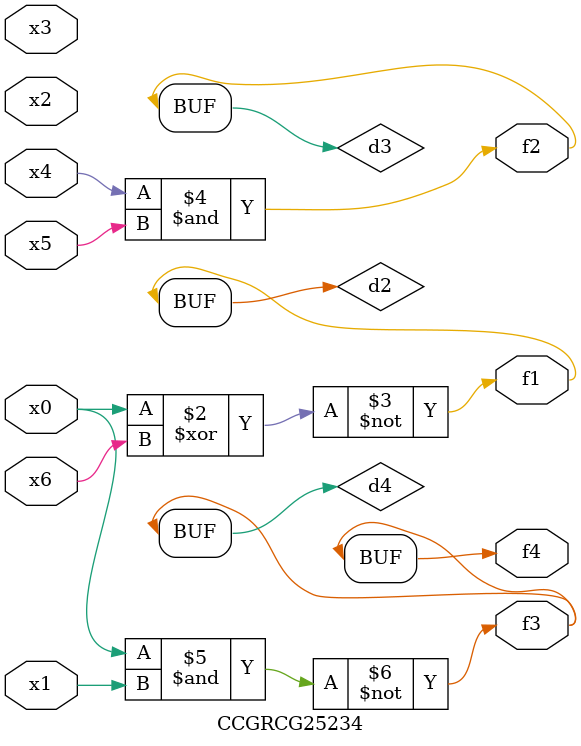
<source format=v>
module CCGRCG25234(
	input x0, x1, x2, x3, x4, x5, x6,
	output f1, f2, f3, f4
);

	wire d1, d2, d3, d4;

	nor (d1, x0);
	xnor (d2, x0, x6);
	and (d3, x4, x5);
	nand (d4, x0, x1);
	assign f1 = d2;
	assign f2 = d3;
	assign f3 = d4;
	assign f4 = d4;
endmodule

</source>
